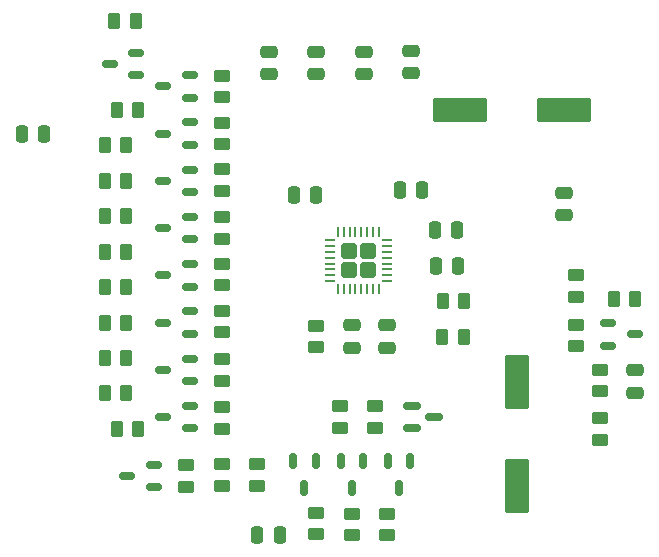
<source format=gbr>
%TF.GenerationSoftware,KiCad,Pcbnew,8.0.1*%
%TF.CreationDate,2024-04-05T15:31:17-07:00*%
%TF.ProjectId,TMC2240Breakout,544d4332-3234-4304-9272-65616b6f7574,rev?*%
%TF.SameCoordinates,Original*%
%TF.FileFunction,Paste,Top*%
%TF.FilePolarity,Positive*%
%FSLAX46Y46*%
G04 Gerber Fmt 4.6, Leading zero omitted, Abs format (unit mm)*
G04 Created by KiCad (PCBNEW 8.0.1) date 2024-04-05 15:31:17*
%MOMM*%
%LPD*%
G01*
G04 APERTURE LIST*
G04 Aperture macros list*
%AMRoundRect*
0 Rectangle with rounded corners*
0 $1 Rounding radius*
0 $2 $3 $4 $5 $6 $7 $8 $9 X,Y pos of 4 corners*
0 Add a 4 corners polygon primitive as box body*
4,1,4,$2,$3,$4,$5,$6,$7,$8,$9,$2,$3,0*
0 Add four circle primitives for the rounded corners*
1,1,$1+$1,$2,$3*
1,1,$1+$1,$4,$5*
1,1,$1+$1,$6,$7*
1,1,$1+$1,$8,$9*
0 Add four rect primitives between the rounded corners*
20,1,$1+$1,$2,$3,$4,$5,0*
20,1,$1+$1,$4,$5,$6,$7,0*
20,1,$1+$1,$6,$7,$8,$9,0*
20,1,$1+$1,$8,$9,$2,$3,0*%
%AMFreePoly0*
4,1,14,0.340806,0.106694,0.394194,0.053306,0.412500,0.009112,0.412500,-0.062500,0.394194,-0.106694,0.350000,-0.125000,-0.350000,-0.125000,-0.394194,-0.106694,-0.412500,-0.062500,-0.412500,0.062500,-0.394194,0.106694,-0.350000,0.125000,0.296612,0.125000,0.340806,0.106694,0.340806,0.106694,$1*%
%AMFreePoly1*
4,1,14,0.394194,0.106694,0.412500,0.062500,0.412500,-0.009112,0.394194,-0.053306,0.340806,-0.106694,0.296612,-0.125000,-0.350000,-0.125000,-0.394194,-0.106694,-0.412500,-0.062500,-0.412500,0.062500,-0.394194,0.106694,-0.350000,0.125000,0.350000,0.125000,0.394194,0.106694,0.394194,0.106694,$1*%
%AMFreePoly2*
4,1,14,0.106694,0.394194,0.125000,0.350000,0.125000,-0.350000,0.106694,-0.394194,0.062500,-0.412500,-0.062500,-0.412500,-0.106694,-0.394194,-0.125000,-0.350000,-0.125000,0.296612,-0.106694,0.340806,-0.053306,0.394194,-0.009112,0.412500,0.062500,0.412500,0.106694,0.394194,0.106694,0.394194,$1*%
%AMFreePoly3*
4,1,14,0.053306,0.394194,0.106694,0.340806,0.125000,0.296612,0.125000,-0.350000,0.106694,-0.394194,0.062500,-0.412500,-0.062500,-0.412500,-0.106694,-0.394194,-0.125000,-0.350000,-0.125000,0.350000,-0.106694,0.394194,-0.062500,0.412500,0.009112,0.412500,0.053306,0.394194,0.053306,0.394194,$1*%
%AMFreePoly4*
4,1,14,0.394194,0.106694,0.412500,0.062500,0.412500,-0.062500,0.394194,-0.106694,0.350000,-0.125000,-0.296612,-0.125000,-0.340806,-0.106694,-0.394194,-0.053306,-0.412500,-0.009112,-0.412500,0.062500,-0.394194,0.106694,-0.350000,0.125000,0.350000,0.125000,0.394194,0.106694,0.394194,0.106694,$1*%
%AMFreePoly5*
4,1,14,0.394194,0.106694,0.412500,0.062500,0.412500,-0.062500,0.394194,-0.106694,0.350000,-0.125000,-0.350000,-0.125000,-0.394194,-0.106694,-0.412500,-0.062500,-0.412500,0.009112,-0.394194,0.053306,-0.340806,0.106694,-0.296612,0.125000,0.350000,0.125000,0.394194,0.106694,0.394194,0.106694,$1*%
%AMFreePoly6*
4,1,14,0.106694,0.394194,0.125000,0.350000,0.125000,-0.296612,0.106694,-0.340806,0.053306,-0.394194,0.009112,-0.412500,-0.062500,-0.412500,-0.106694,-0.394194,-0.125000,-0.350000,-0.125000,0.350000,-0.106694,0.394194,-0.062500,0.412500,0.062500,0.412500,0.106694,0.394194,0.106694,0.394194,$1*%
%AMFreePoly7*
4,1,14,0.106694,0.394194,0.125000,0.350000,0.125000,-0.350000,0.106694,-0.394194,0.062500,-0.412500,-0.009112,-0.412500,-0.053306,-0.394194,-0.106694,-0.340806,-0.125000,-0.296612,-0.125000,0.350000,-0.106694,0.394194,-0.062500,0.412500,0.062500,0.412500,0.106694,0.394194,0.106694,0.394194,$1*%
G04 Aperture macros list end*
%ADD10RoundRect,0.250000X-0.475000X0.250000X-0.475000X-0.250000X0.475000X-0.250000X0.475000X0.250000X0*%
%ADD11RoundRect,0.250000X0.450000X-0.262500X0.450000X0.262500X-0.450000X0.262500X-0.450000X-0.262500X0*%
%ADD12RoundRect,0.150000X-0.150000X0.512500X-0.150000X-0.512500X0.150000X-0.512500X0.150000X0.512500X0*%
%ADD13RoundRect,0.250000X-0.262500X-0.450000X0.262500X-0.450000X0.262500X0.450000X-0.262500X0.450000X0*%
%ADD14RoundRect,0.250000X-0.450000X0.262500X-0.450000X-0.262500X0.450000X-0.262500X0.450000X0.262500X0*%
%ADD15RoundRect,0.250000X0.420000X-0.420000X0.420000X0.420000X-0.420000X0.420000X-0.420000X-0.420000X0*%
%ADD16FreePoly0,90.000000*%
%ADD17RoundRect,0.062500X0.062500X-0.350000X0.062500X0.350000X-0.062500X0.350000X-0.062500X-0.350000X0*%
%ADD18FreePoly1,90.000000*%
%ADD19FreePoly2,90.000000*%
%ADD20RoundRect,0.062500X0.350000X-0.062500X0.350000X0.062500X-0.350000X0.062500X-0.350000X-0.062500X0*%
%ADD21FreePoly3,90.000000*%
%ADD22FreePoly4,90.000000*%
%ADD23FreePoly5,90.000000*%
%ADD24FreePoly6,90.000000*%
%ADD25FreePoly7,90.000000*%
%ADD26RoundRect,0.250000X-0.250000X-0.475000X0.250000X-0.475000X0.250000X0.475000X-0.250000X0.475000X0*%
%ADD27RoundRect,0.250001X-2.049999X-0.799999X2.049999X-0.799999X2.049999X0.799999X-2.049999X0.799999X0*%
%ADD28RoundRect,0.150000X0.512500X0.150000X-0.512500X0.150000X-0.512500X-0.150000X0.512500X-0.150000X0*%
%ADD29RoundRect,0.250000X0.250000X0.475000X-0.250000X0.475000X-0.250000X-0.475000X0.250000X-0.475000X0*%
%ADD30RoundRect,0.250001X-0.799999X2.049999X-0.799999X-2.049999X0.799999X-2.049999X0.799999X2.049999X0*%
%ADD31RoundRect,0.150000X-0.512500X-0.150000X0.512500X-0.150000X0.512500X0.150000X-0.512500X0.150000X0*%
%ADD32RoundRect,0.150000X-0.587500X-0.150000X0.587500X-0.150000X0.587500X0.150000X-0.587500X0.150000X0*%
%ADD33RoundRect,0.250000X0.262500X0.450000X-0.262500X0.450000X-0.262500X-0.450000X0.262500X-0.450000X0*%
G04 APERTURE END LIST*
D10*
%TO.C,C3*%
X143000000Y-130000000D03*
X143000000Y-131900000D03*
%TD*%
D11*
%TO.C,R7*%
X124000000Y-149925000D03*
X124000000Y-148100000D03*
%TD*%
D12*
%TO.C,D3*%
X125950000Y-152725000D03*
X124050000Y-152725000D03*
X125000000Y-155000000D03*
%TD*%
D10*
%TO.C,C8*%
X126000000Y-118050000D03*
X126000000Y-119950000D03*
%TD*%
D13*
%TO.C,R20*%
X104087500Y-135000000D03*
X105912500Y-135000000D03*
%TD*%
D14*
%TO.C,R10*%
X117000000Y-153000000D03*
X117000000Y-154825000D03*
%TD*%
%TO.C,R27*%
X114000000Y-120087500D03*
X114000000Y-121912500D03*
%TD*%
%TO.C,R6*%
X127000000Y-148087500D03*
X127000000Y-149912500D03*
%TD*%
D15*
%TO.C,U1*%
X124787500Y-136525000D03*
X126337500Y-136525000D03*
X124787500Y-134975000D03*
X126337500Y-134975000D03*
D16*
X123812500Y-138187500D03*
D17*
X124312500Y-138187500D03*
X124812500Y-138187500D03*
X125312500Y-138187500D03*
X125812500Y-138187500D03*
X126312500Y-138187500D03*
X126812500Y-138187500D03*
D18*
X127312500Y-138187500D03*
D19*
X128000000Y-137500000D03*
D20*
X128000000Y-137000000D03*
X128000000Y-136500000D03*
X128000000Y-136000000D03*
X128000000Y-135500000D03*
X128000000Y-135000000D03*
X128000000Y-134500000D03*
D21*
X128000000Y-134000000D03*
D22*
X127312500Y-133312500D03*
D17*
X126812500Y-133312500D03*
X126312500Y-133312500D03*
X125812500Y-133312500D03*
X125312500Y-133312500D03*
X124812500Y-133312500D03*
X124312500Y-133312500D03*
D23*
X123812500Y-133312500D03*
D24*
X123125000Y-134000000D03*
D20*
X123125000Y-134500000D03*
X123125000Y-135000000D03*
X123125000Y-135500000D03*
X123125000Y-136000000D03*
X123125000Y-136500000D03*
X123125000Y-137000000D03*
D25*
X123125000Y-137500000D03*
%TD*%
D10*
%TO.C,C12*%
X128000000Y-141237500D03*
X128000000Y-143137500D03*
%TD*%
D14*
%TO.C,R2*%
X146000000Y-149087500D03*
X146000000Y-150912500D03*
%TD*%
D26*
%TO.C,C10*%
X129050000Y-129800000D03*
X130950000Y-129800000D03*
%TD*%
D27*
%TO.C,C4*%
X134200000Y-123000000D03*
X143000000Y-123000000D03*
%TD*%
D11*
%TO.C,R12*%
X144000000Y-138825000D03*
X144000000Y-137000000D03*
%TD*%
D13*
%TO.C,R24*%
X104087500Y-126000000D03*
X105912500Y-126000000D03*
%TD*%
%TO.C,R22*%
X104087500Y-129000000D03*
X105912500Y-129000000D03*
%TD*%
D28*
%TO.C,D12*%
X111275000Y-129950000D03*
X111275000Y-128050000D03*
X109000000Y-129000000D03*
%TD*%
D11*
%TO.C,R9*%
X144000000Y-143000000D03*
X144000000Y-141175000D03*
%TD*%
%TO.C,R31*%
X114000000Y-145912500D03*
X114000000Y-144087500D03*
%TD*%
D29*
%TO.C,C13*%
X122000000Y-130187500D03*
X120100000Y-130187500D03*
%TD*%
D10*
%TO.C,C11*%
X130000000Y-118000000D03*
X130000000Y-119900000D03*
%TD*%
D11*
%TO.C,R3*%
X128000000Y-159000000D03*
X128000000Y-157175000D03*
%TD*%
D14*
%TO.C,R26*%
X114000000Y-148175000D03*
X114000000Y-150000000D03*
%TD*%
D10*
%TO.C,C14*%
X122000000Y-118050000D03*
X122000000Y-119950000D03*
%TD*%
D28*
%TO.C,D10*%
X111275000Y-137950000D03*
X111275000Y-136050000D03*
X109000000Y-137000000D03*
%TD*%
D12*
%TO.C,D2*%
X129950000Y-152725000D03*
X128050000Y-152725000D03*
X129000000Y-155000000D03*
%TD*%
D13*
%TO.C,R18*%
X104087500Y-141000000D03*
X105912500Y-141000000D03*
%TD*%
D30*
%TO.C,C7*%
X139000000Y-146000000D03*
X139000000Y-154800000D03*
%TD*%
D11*
%TO.C,R33*%
X114000000Y-137825000D03*
X114000000Y-136000000D03*
%TD*%
D10*
%TO.C,C15*%
X118000000Y-118050000D03*
X118000000Y-119950000D03*
%TD*%
D31*
%TO.C,D1*%
X146725000Y-141050000D03*
X146725000Y-142950000D03*
X149000000Y-142000000D03*
%TD*%
D28*
%TO.C,D13*%
X111275000Y-121950000D03*
X111275000Y-120050000D03*
X109000000Y-121000000D03*
%TD*%
D13*
%TO.C,R25*%
X105087500Y-123000000D03*
X106912500Y-123000000D03*
%TD*%
D11*
%TO.C,R4*%
X125000000Y-159000000D03*
X125000000Y-157175000D03*
%TD*%
D14*
%TO.C,R11*%
X114000000Y-153000000D03*
X114000000Y-154825000D03*
%TD*%
D13*
%TO.C,R17*%
X105087500Y-150000000D03*
X106912500Y-150000000D03*
%TD*%
D28*
%TO.C,D6*%
X108275000Y-154950000D03*
X108275000Y-153050000D03*
X106000000Y-154000000D03*
%TD*%
%TO.C,D5*%
X111275000Y-149950000D03*
X111275000Y-148050000D03*
X109000000Y-149000000D03*
%TD*%
%TO.C,D8*%
X111275000Y-145950000D03*
X111275000Y-144050000D03*
X109000000Y-145000000D03*
%TD*%
D11*
%TO.C,R15*%
X122000000Y-143100000D03*
X122000000Y-141275000D03*
%TD*%
D26*
%TO.C,C5*%
X132050000Y-133187500D03*
X133950000Y-133187500D03*
%TD*%
D10*
%TO.C,C9*%
X125000000Y-141237500D03*
X125000000Y-143137500D03*
%TD*%
D11*
%TO.C,R32*%
X114000000Y-133912500D03*
X114000000Y-132087500D03*
%TD*%
D29*
%TO.C,C2*%
X118900000Y-159000000D03*
X117000000Y-159000000D03*
%TD*%
D32*
%TO.C,Q1*%
X130125000Y-148050000D03*
X130125000Y-149950000D03*
X132000000Y-149000000D03*
%TD*%
D12*
%TO.C,D4*%
X121950000Y-152725000D03*
X120050000Y-152725000D03*
X121000000Y-155000000D03*
%TD*%
D33*
%TO.C,R13*%
X134500000Y-142200000D03*
X132675000Y-142200000D03*
%TD*%
D29*
%TO.C,C16*%
X98950000Y-125000000D03*
X97050000Y-125000000D03*
%TD*%
D13*
%TO.C,R23*%
X104087500Y-132000000D03*
X105912500Y-132000000D03*
%TD*%
D28*
%TO.C,D7*%
X111275000Y-141950000D03*
X111275000Y-140050000D03*
X109000000Y-141000000D03*
%TD*%
D14*
%TO.C,R8*%
X146000000Y-145000000D03*
X146000000Y-146825000D03*
%TD*%
D28*
%TO.C,D9*%
X111275000Y-133950000D03*
X111275000Y-132050000D03*
X109000000Y-133000000D03*
%TD*%
D33*
%TO.C,R1*%
X149000000Y-139000000D03*
X147175000Y-139000000D03*
%TD*%
D13*
%TO.C,R21*%
X104087500Y-138000000D03*
X105912500Y-138000000D03*
%TD*%
D11*
%TO.C,R30*%
X114000000Y-141825000D03*
X114000000Y-140000000D03*
%TD*%
%TO.C,R5*%
X122000000Y-158912500D03*
X122000000Y-157087500D03*
%TD*%
D28*
%TO.C,D14*%
X104500000Y-119100000D03*
X106775000Y-118150000D03*
X106775000Y-120050000D03*
%TD*%
D33*
%TO.C,R28*%
X106712500Y-115500000D03*
X104887500Y-115500000D03*
%TD*%
%TO.C,R14*%
X134512500Y-139187500D03*
X132687500Y-139187500D03*
%TD*%
D11*
%TO.C,R29*%
X111000000Y-154912500D03*
X111000000Y-153087500D03*
%TD*%
D28*
%TO.C,D11*%
X111275000Y-125950000D03*
X111275000Y-124050000D03*
X109000000Y-125000000D03*
%TD*%
D11*
%TO.C,R35*%
X114000000Y-129825000D03*
X114000000Y-128000000D03*
%TD*%
D26*
%TO.C,C6*%
X132100000Y-136187500D03*
X134000000Y-136187500D03*
%TD*%
D13*
%TO.C,R19*%
X104087500Y-144000000D03*
X105912500Y-144000000D03*
%TD*%
D11*
%TO.C,R34*%
X114000000Y-125912500D03*
X114000000Y-124087500D03*
%TD*%
D10*
%TO.C,C1*%
X149000000Y-145050000D03*
X149000000Y-146950000D03*
%TD*%
D13*
%TO.C,R16*%
X104087500Y-147000000D03*
X105912500Y-147000000D03*
%TD*%
M02*

</source>
